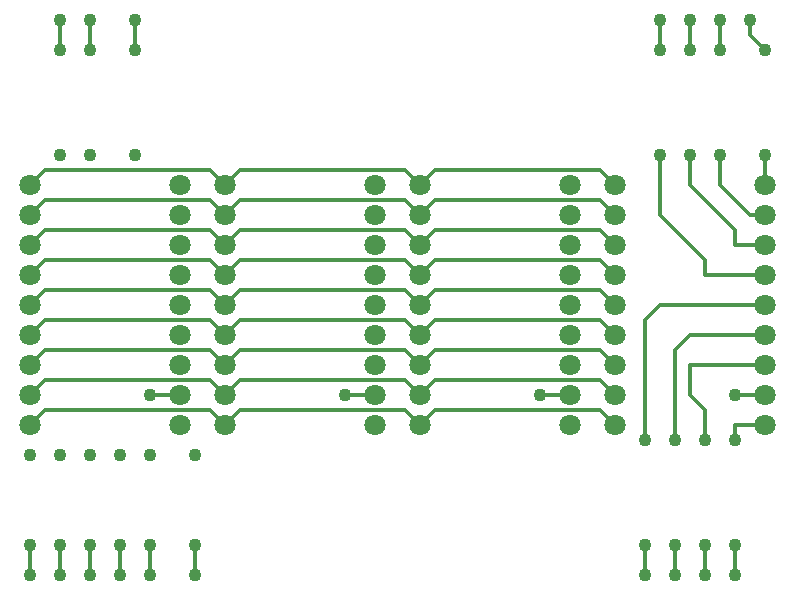
<source format=gbr>
%FSLAX34Y34*%
%MOMM*%
%LNCOPPER_TOP*%
G71*
G01*
%ADD10C, 1.800*%
%ADD11C, 0.300*%
%ADD12C, 1.100*%
%LPD*%
X12700Y850900D02*
G54D10*
D03*
X12700Y825500D02*
G54D10*
D03*
X12700Y800100D02*
G54D10*
D03*
X12700Y774700D02*
G54D10*
D03*
X12700Y749300D02*
G54D10*
D03*
X12700Y723900D02*
G54D10*
D03*
X12700Y698500D02*
G54D10*
D03*
X12700Y673100D02*
G54D10*
D03*
X12700Y647700D02*
G54D10*
D03*
X139700Y647700D02*
G54D10*
D03*
X139700Y673100D02*
G54D10*
D03*
X139700Y698500D02*
G54D10*
D03*
X139700Y723900D02*
G54D10*
D03*
X139700Y749300D02*
G54D10*
D03*
X139700Y774700D02*
G54D10*
D03*
X139700Y800100D02*
G54D10*
D03*
X139700Y825500D02*
G54D10*
D03*
X139700Y850900D02*
G54D10*
D03*
X177800Y850900D02*
G54D10*
D03*
X177800Y825500D02*
G54D10*
D03*
X177800Y800100D02*
G54D10*
D03*
X177800Y774700D02*
G54D10*
D03*
X177800Y749300D02*
G54D10*
D03*
X177800Y723900D02*
G54D10*
D03*
X177800Y698500D02*
G54D10*
D03*
X177800Y673100D02*
G54D10*
D03*
X177800Y647700D02*
G54D10*
D03*
X304800Y647700D02*
G54D10*
D03*
X304800Y673100D02*
G54D10*
D03*
X304800Y698500D02*
G54D10*
D03*
X304800Y723900D02*
G54D10*
D03*
X304800Y749300D02*
G54D10*
D03*
X304800Y774700D02*
G54D10*
D03*
X304800Y800100D02*
G54D10*
D03*
X304800Y825500D02*
G54D10*
D03*
X304800Y850900D02*
G54D10*
D03*
X342900Y850900D02*
G54D10*
D03*
X342900Y825500D02*
G54D10*
D03*
X342900Y800100D02*
G54D10*
D03*
X342900Y774700D02*
G54D10*
D03*
X342900Y749300D02*
G54D10*
D03*
X342900Y723900D02*
G54D10*
D03*
X342900Y698500D02*
G54D10*
D03*
X342900Y673100D02*
G54D10*
D03*
X342900Y647700D02*
G54D10*
D03*
X469900Y647700D02*
G54D10*
D03*
X469900Y673100D02*
G54D10*
D03*
X469900Y698500D02*
G54D10*
D03*
X469900Y723900D02*
G54D10*
D03*
X469900Y749300D02*
G54D10*
D03*
X469900Y774700D02*
G54D10*
D03*
X469900Y800100D02*
G54D10*
D03*
X469900Y825500D02*
G54D10*
D03*
X469900Y850900D02*
G54D10*
D03*
X508000Y850900D02*
G54D10*
D03*
X508000Y825500D02*
G54D10*
D03*
X508000Y800100D02*
G54D10*
D03*
X508000Y774700D02*
G54D10*
D03*
X508000Y749300D02*
G54D10*
D03*
X508000Y723900D02*
G54D10*
D03*
X508000Y698500D02*
G54D10*
D03*
X508000Y673100D02*
G54D10*
D03*
X508000Y647700D02*
G54D10*
D03*
X635000Y647700D02*
G54D10*
D03*
X635000Y673100D02*
G54D10*
D03*
X635000Y698500D02*
G54D10*
D03*
X635000Y723900D02*
G54D10*
D03*
X635000Y749300D02*
G54D10*
D03*
X635000Y774700D02*
G54D10*
D03*
X635000Y800100D02*
G54D10*
D03*
X635000Y825500D02*
G54D10*
D03*
X635000Y850900D02*
G54D10*
D03*
G54D11*
X12700Y850900D02*
X25400Y863600D01*
X165100Y863600D01*
X177800Y850900D01*
X190500Y863600D01*
X330200Y863600D01*
X342900Y850900D01*
X355600Y863600D01*
X495300Y863600D01*
X508000Y850900D01*
G54D11*
X12700Y825500D02*
X25400Y838200D01*
X165100Y838200D01*
X177800Y825500D01*
X190500Y838200D01*
X330200Y838200D01*
X342900Y825500D01*
X355600Y838200D01*
X495300Y838200D01*
X508000Y825500D01*
G54D11*
X508000Y800100D02*
X495300Y812800D01*
X355600Y812800D01*
X342900Y800100D01*
X330200Y812800D01*
X190500Y812800D01*
X177800Y800100D01*
X165100Y812800D01*
X25400Y812800D01*
X12700Y800100D01*
G54D11*
X12700Y774700D02*
X25400Y787400D01*
X165100Y787400D01*
X177800Y774700D01*
X190500Y787400D01*
X330200Y787400D01*
X342900Y774700D01*
X355600Y787400D01*
X495300Y787400D01*
X508000Y774700D01*
G54D11*
X508000Y749300D02*
X495300Y762000D01*
X355600Y762000D01*
X342900Y749300D01*
X330200Y762000D01*
X190500Y762000D01*
X177800Y749300D01*
X165100Y762000D01*
X25400Y762000D01*
X12700Y749300D01*
G54D11*
X12700Y723900D02*
X25400Y736600D01*
X165100Y736600D01*
X177800Y723900D01*
X190500Y736600D01*
X330200Y736600D01*
X342900Y723900D01*
X355600Y736600D01*
X495300Y736600D01*
X508000Y723900D01*
G54D11*
X12700Y698500D02*
X25400Y711200D01*
X165100Y711200D01*
X177800Y698500D01*
X190500Y711200D01*
X330200Y711200D01*
X342900Y698500D01*
X355600Y711200D01*
X495300Y711200D01*
X508000Y698500D01*
G54D11*
X508000Y673100D02*
X495300Y685800D01*
X355600Y685800D01*
X342900Y673100D01*
X330200Y685800D01*
X190500Y685800D01*
X177800Y673100D01*
X165100Y685800D01*
X25400Y685800D01*
X12700Y673100D01*
G54D11*
X12700Y647700D02*
X25400Y660400D01*
X165100Y660400D01*
X177800Y647700D01*
X190500Y660400D01*
X330200Y660400D01*
X342900Y647700D01*
X355600Y660400D01*
X495300Y660400D01*
X508000Y647700D01*
G54D11*
X114300Y673100D02*
X139700Y673100D01*
G54D11*
X279400Y673100D02*
X304800Y673100D01*
G54D11*
X444500Y673100D02*
X469900Y673100D01*
G54D11*
X609600Y673100D02*
X635000Y673100D01*
X114300Y673100D02*
G54D12*
D03*
X444500Y673100D02*
G54D12*
D03*
X609600Y673100D02*
G54D12*
D03*
X533400Y546100D02*
G54D12*
D03*
X558800Y546100D02*
G54D12*
D03*
X584200Y546100D02*
G54D12*
D03*
X609600Y546100D02*
G54D12*
D03*
X12700Y546100D02*
G54D12*
D03*
X38100Y546100D02*
G54D12*
D03*
X63500Y546100D02*
G54D12*
D03*
X88900Y546100D02*
G54D12*
D03*
X114300Y546100D02*
G54D12*
D03*
X12700Y520700D02*
G54D12*
D03*
X38100Y520700D02*
G54D12*
D03*
X63500Y520700D02*
G54D12*
D03*
X88900Y520700D02*
G54D12*
D03*
X114300Y520700D02*
G54D12*
D03*
G54D11*
X12700Y520700D02*
X12700Y546100D01*
G54D11*
X38100Y520700D02*
X38100Y546100D01*
G54D11*
X63500Y520700D02*
X63500Y546100D01*
G54D11*
X88900Y520700D02*
X88900Y546100D01*
G54D11*
X114300Y520700D02*
X114300Y546100D01*
X279400Y673100D02*
G54D12*
D03*
X533400Y520700D02*
G54D12*
D03*
X558800Y520700D02*
G54D12*
D03*
X584200Y520700D02*
G54D12*
D03*
X609600Y520700D02*
G54D12*
D03*
G54D11*
X533400Y520700D02*
X533400Y546100D01*
G54D11*
X558800Y520700D02*
X558800Y546100D01*
G54D11*
X584200Y520700D02*
X584200Y546100D01*
G54D11*
X609600Y520700D02*
X609600Y546100D01*
X546100Y965200D02*
G54D12*
D03*
X571500Y965200D02*
G54D12*
D03*
X596900Y965200D02*
G54D12*
D03*
X635000Y965200D02*
G54D12*
D03*
X622300Y990600D02*
G54D12*
D03*
X596900Y990600D02*
G54D12*
D03*
X571500Y990600D02*
G54D12*
D03*
X546100Y990600D02*
G54D12*
D03*
G54D11*
X546100Y965200D02*
X546100Y990600D01*
G54D11*
X571500Y965200D02*
X571500Y990600D01*
G54D11*
X596900Y965200D02*
X596900Y990600D01*
G54D11*
X635000Y965200D02*
X622300Y977900D01*
X622300Y990600D01*
X38100Y876300D02*
G54D12*
D03*
X63500Y876300D02*
G54D12*
D03*
X38100Y965200D02*
G54D12*
D03*
X38100Y990600D02*
G54D12*
D03*
X63500Y990600D02*
G54D12*
D03*
G54D11*
X38100Y965200D02*
X38100Y990600D01*
X12700Y622300D02*
G54D12*
D03*
X38100Y622300D02*
G54D12*
D03*
X63500Y622300D02*
G54D12*
D03*
X88900Y622300D02*
G54D12*
D03*
X114300Y622300D02*
G54D12*
D03*
X12700Y546100D02*
G54D12*
D03*
X152400Y546100D02*
G54D12*
D03*
X152400Y520700D02*
G54D12*
D03*
X152400Y622300D02*
G54D12*
D03*
G54D11*
X152400Y520700D02*
X152400Y546100D01*
X101600Y876300D02*
G54D12*
D03*
X63500Y965200D02*
G54D12*
D03*
X101600Y965200D02*
G54D12*
D03*
X101600Y990600D02*
G54D12*
D03*
G54D11*
X63500Y965200D02*
X63500Y990600D01*
G54D11*
X101600Y965200D02*
X101600Y990600D01*
X609600Y635000D02*
G54D12*
D03*
X584200Y635000D02*
G54D12*
D03*
X558800Y635000D02*
G54D12*
D03*
X533400Y635000D02*
G54D12*
D03*
G54D11*
X533400Y635000D02*
X533400Y736600D01*
X546100Y749300D01*
X635000Y749300D01*
G54D11*
X558800Y635000D02*
X558800Y711200D01*
X571500Y723900D01*
X635000Y723900D01*
G54D11*
X584200Y635000D02*
X584200Y660400D01*
X571500Y673100D01*
X571500Y698500D01*
X635000Y698500D01*
G54D11*
X609600Y635000D02*
X609600Y647700D01*
X635000Y647700D01*
X546100Y876300D02*
G54D12*
D03*
X571500Y876300D02*
G54D12*
D03*
X596900Y876300D02*
G54D12*
D03*
X635000Y876300D02*
G54D12*
D03*
G54D11*
X635000Y850900D02*
X635000Y876300D01*
G54D11*
X635000Y825500D02*
X622300Y825500D01*
X596900Y850900D01*
X596900Y876300D01*
G54D11*
X635000Y800100D02*
X609600Y800100D01*
X609600Y812800D01*
X571500Y850900D01*
X571500Y876300D01*
G54D11*
X635000Y774700D02*
X584200Y774700D01*
X584200Y787400D01*
X546100Y825500D01*
X546100Y876300D01*
M02*

</source>
